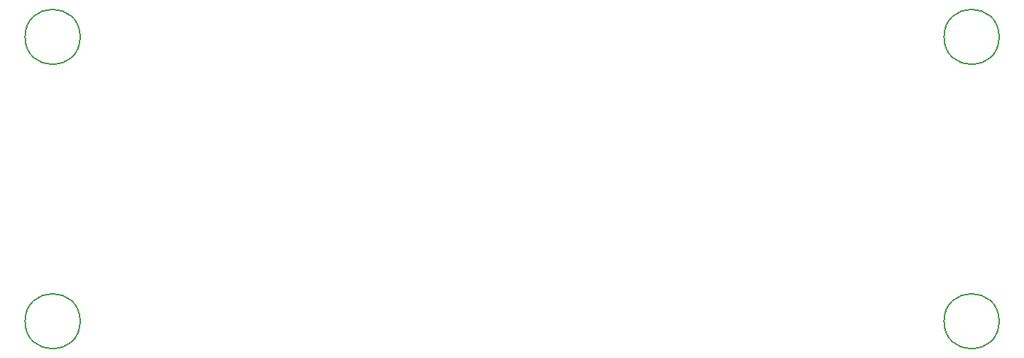
<source format=gbr>
%TF.GenerationSoftware,KiCad,Pcbnew,(6.0.4)*%
%TF.CreationDate,2022-05-05T14:57:31-04:00*%
%TF.ProjectId,KSGER Controller,4b534745-5220-4436-9f6e-74726f6c6c65,rev?*%
%TF.SameCoordinates,Original*%
%TF.FileFunction,Other,Comment*%
%FSLAX46Y46*%
G04 Gerber Fmt 4.6, Leading zero omitted, Abs format (unit mm)*
G04 Created by KiCad (PCBNEW (6.0.4)) date 2022-05-05 14:57:31*
%MOMM*%
%LPD*%
G01*
G04 APERTURE LIST*
%ADD10C,0.150000*%
G04 APERTURE END LIST*
D10*
%TO.C,H1*%
X202590000Y-114300000D02*
G75*
G03*
X202590000Y-114300000I-3200000J0D01*
G01*
%TO.C,H3*%
X95910000Y-81280000D02*
G75*
G03*
X95910000Y-81280000I-3200000J0D01*
G01*
%TO.C,H4*%
X202590000Y-81280000D02*
G75*
G03*
X202590000Y-81280000I-3200000J0D01*
G01*
%TO.C,H2*%
X95910000Y-114300000D02*
G75*
G03*
X95910000Y-114300000I-3200000J0D01*
G01*
%TD*%
M02*

</source>
